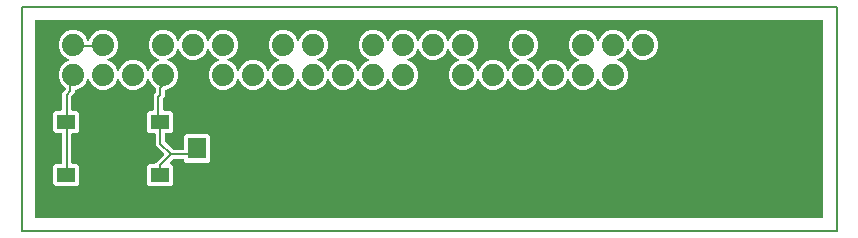
<source format=gtl>
G04 EAGLE Gerber X2 export*
%TF.Part,Single*%
%TF.FileFunction,Other,Top Layer Cooper*%
%TF.FilePolarity,Positive*%
%TF.GenerationSoftware,Autodesk,EAGLE,9.4.2*%
%TF.CreationDate,2020-04-14T05:47:31Z*%
G75*
%MOMM*%
%FSLAX34Y34*%
%LPD*%
%INTop Cooper*%
%AMOC8*
5,1,8,0,0,1.08239X$1,22.5*%
G01*
%ADD10C,0.200000*%
%ADD11C,1.879600*%
%ADD12R,1.600000X1.800000*%
%ADD13R,1.550000X1.300000*%
%ADD14C,0.152400*%

G36*
X677904Y-178830D02*
X677904Y-178830D01*
X677968Y-178831D01*
X678043Y-178810D01*
X678119Y-178799D01*
X678178Y-178773D01*
X678240Y-178756D01*
X678306Y-178715D01*
X678376Y-178683D01*
X678425Y-178641D01*
X678480Y-178608D01*
X678532Y-178550D01*
X678590Y-178500D01*
X678626Y-178446D01*
X678669Y-178398D01*
X678702Y-178329D01*
X678745Y-178264D01*
X678764Y-178202D01*
X678792Y-178145D01*
X678803Y-178075D01*
X678827Y-177994D01*
X678828Y-177909D01*
X678839Y-177840D01*
X678839Y-12160D01*
X678830Y-12096D01*
X678831Y-12032D01*
X678810Y-11957D01*
X678799Y-11881D01*
X678773Y-11822D01*
X678756Y-11760D01*
X678715Y-11694D01*
X678683Y-11624D01*
X678641Y-11575D01*
X678608Y-11520D01*
X678550Y-11468D01*
X678500Y-11410D01*
X678446Y-11374D01*
X678398Y-11331D01*
X678329Y-11298D01*
X678264Y-11255D01*
X678202Y-11236D01*
X678145Y-11208D01*
X678075Y-11197D01*
X677994Y-11173D01*
X677909Y-11172D01*
X677840Y-11161D01*
X12160Y-11161D01*
X12096Y-11170D01*
X12032Y-11169D01*
X11957Y-11190D01*
X11881Y-11201D01*
X11822Y-11227D01*
X11760Y-11244D01*
X11694Y-11285D01*
X11624Y-11317D01*
X11575Y-11359D01*
X11520Y-11392D01*
X11468Y-11450D01*
X11410Y-11500D01*
X11374Y-11554D01*
X11331Y-11602D01*
X11298Y-11671D01*
X11255Y-11736D01*
X11236Y-11798D01*
X11208Y-11855D01*
X11197Y-11925D01*
X11173Y-12006D01*
X11172Y-12091D01*
X11161Y-12160D01*
X11161Y-177840D01*
X11170Y-177904D01*
X11169Y-177968D01*
X11190Y-178043D01*
X11201Y-178119D01*
X11227Y-178178D01*
X11244Y-178240D01*
X11285Y-178306D01*
X11317Y-178376D01*
X11359Y-178425D01*
X11392Y-178480D01*
X11450Y-178532D01*
X11500Y-178590D01*
X11554Y-178626D01*
X11602Y-178669D01*
X11671Y-178702D01*
X11736Y-178745D01*
X11798Y-178764D01*
X11855Y-178792D01*
X11925Y-178803D01*
X12006Y-178827D01*
X12091Y-178828D01*
X12160Y-178839D01*
X677840Y-178839D01*
X677904Y-178830D01*
G37*
%LPC*%
G36*
X28737Y-152049D02*
X28737Y-152049D01*
X26951Y-150263D01*
X26951Y-134737D01*
X28737Y-132951D01*
X33290Y-132951D01*
X33354Y-132942D01*
X33418Y-132943D01*
X33493Y-132922D01*
X33569Y-132911D01*
X33628Y-132885D01*
X33690Y-132868D01*
X33756Y-132827D01*
X33826Y-132795D01*
X33875Y-132753D01*
X33930Y-132720D01*
X33982Y-132662D01*
X34040Y-132612D01*
X34076Y-132558D01*
X34119Y-132510D01*
X34152Y-132441D01*
X34195Y-132376D01*
X34214Y-132314D01*
X34242Y-132257D01*
X34253Y-132187D01*
X34277Y-132106D01*
X34278Y-132021D01*
X34289Y-131952D01*
X34289Y-108048D01*
X34280Y-107984D01*
X34281Y-107920D01*
X34260Y-107845D01*
X34249Y-107769D01*
X34223Y-107710D01*
X34206Y-107648D01*
X34165Y-107582D01*
X34133Y-107512D01*
X34091Y-107463D01*
X34058Y-107408D01*
X34000Y-107356D01*
X33950Y-107298D01*
X33896Y-107262D01*
X33848Y-107219D01*
X33779Y-107186D01*
X33714Y-107143D01*
X33652Y-107124D01*
X33595Y-107096D01*
X33525Y-107085D01*
X33444Y-107061D01*
X33359Y-107060D01*
X33290Y-107049D01*
X28737Y-107049D01*
X26951Y-105263D01*
X26951Y-89737D01*
X28737Y-87951D01*
X33290Y-87951D01*
X33354Y-87942D01*
X33418Y-87943D01*
X33493Y-87922D01*
X33569Y-87911D01*
X33628Y-87885D01*
X33690Y-87868D01*
X33756Y-87827D01*
X33826Y-87795D01*
X33875Y-87753D01*
X33930Y-87720D01*
X33982Y-87662D01*
X34040Y-87612D01*
X34076Y-87558D01*
X34119Y-87510D01*
X34152Y-87441D01*
X34195Y-87376D01*
X34214Y-87314D01*
X34242Y-87257D01*
X34253Y-87187D01*
X34277Y-87106D01*
X34278Y-87021D01*
X34289Y-86952D01*
X34289Y-73098D01*
X37045Y-70342D01*
X37102Y-70265D01*
X37167Y-70194D01*
X37187Y-70153D01*
X37214Y-70117D01*
X37248Y-70027D01*
X37290Y-69940D01*
X37296Y-69898D01*
X37313Y-69853D01*
X37323Y-69725D01*
X37337Y-69636D01*
X37337Y-69204D01*
X37336Y-69195D01*
X37337Y-69186D01*
X37316Y-69055D01*
X37297Y-68925D01*
X37294Y-68917D01*
X37292Y-68907D01*
X37235Y-68788D01*
X37181Y-68668D01*
X37175Y-68661D01*
X37171Y-68652D01*
X37083Y-68554D01*
X36998Y-68454D01*
X36990Y-68449D01*
X36984Y-68442D01*
X36918Y-68401D01*
X36762Y-68299D01*
X36739Y-68292D01*
X36720Y-68281D01*
X36649Y-68252D01*
X33148Y-64751D01*
X31253Y-60176D01*
X31253Y-55224D01*
X33148Y-50649D01*
X36649Y-47148D01*
X39607Y-45923D01*
X39635Y-45907D01*
X39665Y-45897D01*
X39756Y-45835D01*
X39850Y-45780D01*
X39872Y-45756D01*
X39898Y-45738D01*
X39968Y-45654D01*
X40043Y-45574D01*
X40057Y-45545D01*
X40078Y-45520D01*
X40121Y-45420D01*
X40170Y-45322D01*
X40176Y-45291D01*
X40189Y-45261D01*
X40202Y-45153D01*
X40223Y-45045D01*
X40220Y-45013D01*
X40224Y-44981D01*
X40206Y-44873D01*
X40196Y-44765D01*
X40184Y-44735D01*
X40179Y-44703D01*
X40132Y-44604D01*
X40091Y-44503D01*
X40071Y-44477D01*
X40058Y-44448D01*
X39985Y-44366D01*
X39918Y-44280D01*
X39892Y-44261D01*
X39870Y-44237D01*
X39793Y-44190D01*
X39689Y-44115D01*
X39643Y-44099D01*
X39607Y-44077D01*
X36649Y-42852D01*
X33148Y-39351D01*
X31253Y-34776D01*
X31253Y-29824D01*
X33148Y-25249D01*
X36649Y-21748D01*
X41224Y-19853D01*
X46176Y-19853D01*
X50751Y-21748D01*
X54252Y-25249D01*
X55477Y-28207D01*
X55493Y-28235D01*
X55503Y-28265D01*
X55565Y-28356D01*
X55620Y-28450D01*
X55644Y-28472D01*
X55662Y-28498D01*
X55746Y-28568D01*
X55826Y-28643D01*
X55855Y-28657D01*
X55880Y-28678D01*
X55980Y-28721D01*
X56078Y-28770D01*
X56109Y-28776D01*
X56139Y-28789D01*
X56247Y-28802D01*
X56355Y-28823D01*
X56387Y-28820D01*
X56419Y-28824D01*
X56527Y-28806D01*
X56635Y-28796D01*
X56665Y-28784D01*
X56697Y-28779D01*
X56796Y-28732D01*
X56897Y-28691D01*
X56923Y-28671D01*
X56952Y-28657D01*
X57034Y-28585D01*
X57120Y-28518D01*
X57139Y-28491D01*
X57163Y-28470D01*
X57210Y-28393D01*
X57285Y-28289D01*
X57301Y-28243D01*
X57323Y-28207D01*
X58548Y-25249D01*
X62049Y-21748D01*
X66624Y-19853D01*
X71576Y-19853D01*
X76151Y-21748D01*
X79652Y-25249D01*
X81547Y-29824D01*
X81547Y-34776D01*
X79652Y-39351D01*
X76151Y-42852D01*
X73193Y-44077D01*
X73165Y-44093D01*
X73135Y-44103D01*
X73044Y-44165D01*
X72950Y-44220D01*
X72928Y-44244D01*
X72902Y-44262D01*
X72832Y-44347D01*
X72757Y-44426D01*
X72743Y-44455D01*
X72722Y-44480D01*
X72679Y-44580D01*
X72630Y-44678D01*
X72624Y-44709D01*
X72611Y-44739D01*
X72598Y-44847D01*
X72577Y-44955D01*
X72580Y-44987D01*
X72576Y-45019D01*
X72594Y-45127D01*
X72604Y-45235D01*
X72616Y-45265D01*
X72621Y-45297D01*
X72668Y-45396D01*
X72709Y-45497D01*
X72729Y-45523D01*
X72743Y-45552D01*
X72815Y-45634D01*
X72882Y-45720D01*
X72909Y-45739D01*
X72930Y-45763D01*
X73007Y-45810D01*
X73111Y-45885D01*
X73157Y-45901D01*
X73193Y-45923D01*
X76151Y-47148D01*
X79652Y-50649D01*
X80877Y-53607D01*
X80893Y-53635D01*
X80903Y-53665D01*
X80965Y-53756D01*
X81020Y-53850D01*
X81044Y-53872D01*
X81062Y-53898D01*
X81146Y-53968D01*
X81226Y-54043D01*
X81255Y-54057D01*
X81280Y-54078D01*
X81380Y-54121D01*
X81478Y-54170D01*
X81509Y-54176D01*
X81539Y-54189D01*
X81647Y-54202D01*
X81755Y-54223D01*
X81787Y-54220D01*
X81819Y-54224D01*
X81927Y-54206D01*
X82035Y-54196D01*
X82065Y-54184D01*
X82097Y-54179D01*
X82196Y-54132D01*
X82297Y-54091D01*
X82323Y-54071D01*
X82352Y-54057D01*
X82434Y-53985D01*
X82520Y-53918D01*
X82539Y-53891D01*
X82563Y-53870D01*
X82610Y-53793D01*
X82685Y-53689D01*
X82701Y-53643D01*
X82723Y-53607D01*
X83948Y-50649D01*
X87449Y-47148D01*
X92024Y-45253D01*
X96976Y-45253D01*
X101551Y-47148D01*
X105052Y-50649D01*
X106277Y-53607D01*
X106293Y-53635D01*
X106303Y-53665D01*
X106365Y-53756D01*
X106420Y-53850D01*
X106444Y-53872D01*
X106462Y-53898D01*
X106546Y-53968D01*
X106626Y-54043D01*
X106655Y-54057D01*
X106680Y-54078D01*
X106780Y-54121D01*
X106878Y-54170D01*
X106909Y-54176D01*
X106939Y-54189D01*
X107047Y-54202D01*
X107155Y-54223D01*
X107187Y-54220D01*
X107219Y-54224D01*
X107327Y-54206D01*
X107435Y-54196D01*
X107465Y-54184D01*
X107497Y-54179D01*
X107596Y-54132D01*
X107697Y-54091D01*
X107723Y-54071D01*
X107752Y-54057D01*
X107834Y-53985D01*
X107920Y-53918D01*
X107939Y-53891D01*
X107963Y-53870D01*
X108010Y-53793D01*
X108085Y-53689D01*
X108101Y-53643D01*
X108123Y-53607D01*
X109348Y-50649D01*
X112849Y-47148D01*
X115807Y-45923D01*
X115835Y-45907D01*
X115865Y-45897D01*
X115956Y-45835D01*
X116050Y-45780D01*
X116072Y-45756D01*
X116098Y-45738D01*
X116168Y-45654D01*
X116243Y-45574D01*
X116257Y-45545D01*
X116278Y-45520D01*
X116321Y-45420D01*
X116370Y-45322D01*
X116376Y-45291D01*
X116389Y-45261D01*
X116402Y-45153D01*
X116423Y-45045D01*
X116420Y-45013D01*
X116424Y-44981D01*
X116406Y-44873D01*
X116396Y-44765D01*
X116384Y-44735D01*
X116379Y-44703D01*
X116332Y-44604D01*
X116291Y-44503D01*
X116271Y-44477D01*
X116257Y-44448D01*
X116185Y-44366D01*
X116118Y-44280D01*
X116091Y-44261D01*
X116070Y-44237D01*
X115993Y-44190D01*
X115889Y-44115D01*
X115843Y-44099D01*
X115807Y-44077D01*
X112849Y-42852D01*
X109348Y-39351D01*
X107453Y-34776D01*
X107453Y-29824D01*
X109348Y-25249D01*
X112849Y-21748D01*
X117424Y-19853D01*
X122376Y-19853D01*
X126951Y-21748D01*
X130452Y-25249D01*
X131677Y-28207D01*
X131693Y-28235D01*
X131703Y-28265D01*
X131765Y-28356D01*
X131820Y-28450D01*
X131844Y-28472D01*
X131862Y-28498D01*
X131947Y-28568D01*
X132026Y-28643D01*
X132055Y-28657D01*
X132080Y-28678D01*
X132180Y-28721D01*
X132278Y-28770D01*
X132309Y-28776D01*
X132339Y-28789D01*
X132447Y-28802D01*
X132555Y-28823D01*
X132587Y-28820D01*
X132619Y-28824D01*
X132727Y-28806D01*
X132835Y-28796D01*
X132865Y-28784D01*
X132897Y-28779D01*
X132996Y-28732D01*
X133097Y-28691D01*
X133123Y-28671D01*
X133152Y-28657D01*
X133234Y-28585D01*
X133320Y-28518D01*
X133339Y-28491D01*
X133363Y-28470D01*
X133410Y-28393D01*
X133485Y-28289D01*
X133501Y-28243D01*
X133523Y-28207D01*
X134748Y-25249D01*
X138249Y-21748D01*
X142824Y-19853D01*
X147776Y-19853D01*
X152351Y-21748D01*
X155852Y-25249D01*
X157077Y-28207D01*
X157093Y-28235D01*
X157103Y-28265D01*
X157165Y-28356D01*
X157220Y-28450D01*
X157244Y-28472D01*
X157262Y-28498D01*
X157346Y-28568D01*
X157426Y-28643D01*
X157455Y-28657D01*
X157480Y-28678D01*
X157580Y-28721D01*
X157678Y-28770D01*
X157709Y-28776D01*
X157739Y-28789D01*
X157847Y-28802D01*
X157955Y-28823D01*
X157987Y-28820D01*
X158019Y-28824D01*
X158127Y-28806D01*
X158235Y-28796D01*
X158265Y-28784D01*
X158297Y-28779D01*
X158396Y-28732D01*
X158497Y-28691D01*
X158523Y-28671D01*
X158552Y-28658D01*
X158634Y-28585D01*
X158720Y-28518D01*
X158739Y-28492D01*
X158763Y-28470D01*
X158810Y-28393D01*
X158885Y-28289D01*
X158901Y-28243D01*
X158923Y-28207D01*
X160148Y-25249D01*
X163649Y-21748D01*
X168224Y-19853D01*
X173176Y-19853D01*
X177751Y-21748D01*
X181252Y-25249D01*
X183147Y-29824D01*
X183147Y-34776D01*
X181252Y-39351D01*
X177751Y-42852D01*
X174793Y-44077D01*
X174765Y-44093D01*
X174735Y-44103D01*
X174645Y-44165D01*
X174550Y-44220D01*
X174528Y-44244D01*
X174502Y-44262D01*
X174432Y-44347D01*
X174357Y-44426D01*
X174343Y-44455D01*
X174322Y-44480D01*
X174279Y-44580D01*
X174230Y-44678D01*
X174224Y-44709D01*
X174211Y-44739D01*
X174198Y-44847D01*
X174177Y-44955D01*
X174180Y-44987D01*
X174176Y-45019D01*
X174194Y-45127D01*
X174204Y-45235D01*
X174216Y-45265D01*
X174221Y-45297D01*
X174268Y-45396D01*
X174309Y-45497D01*
X174329Y-45523D01*
X174342Y-45552D01*
X174415Y-45634D01*
X174482Y-45720D01*
X174508Y-45739D01*
X174530Y-45763D01*
X174607Y-45810D01*
X174711Y-45885D01*
X174757Y-45901D01*
X174793Y-45923D01*
X177751Y-47148D01*
X181252Y-50649D01*
X182477Y-53607D01*
X182493Y-53635D01*
X182503Y-53665D01*
X182565Y-53756D01*
X182620Y-53850D01*
X182644Y-53872D01*
X182662Y-53898D01*
X182746Y-53968D01*
X182826Y-54043D01*
X182855Y-54057D01*
X182880Y-54078D01*
X182980Y-54121D01*
X183078Y-54170D01*
X183109Y-54176D01*
X183139Y-54189D01*
X183247Y-54202D01*
X183355Y-54223D01*
X183387Y-54220D01*
X183419Y-54224D01*
X183527Y-54206D01*
X183635Y-54196D01*
X183665Y-54184D01*
X183697Y-54179D01*
X183796Y-54132D01*
X183897Y-54091D01*
X183923Y-54071D01*
X183952Y-54058D01*
X184034Y-53985D01*
X184120Y-53918D01*
X184139Y-53892D01*
X184163Y-53870D01*
X184210Y-53793D01*
X184285Y-53689D01*
X184301Y-53643D01*
X184323Y-53607D01*
X185548Y-50649D01*
X189049Y-47148D01*
X193624Y-45253D01*
X198576Y-45253D01*
X203151Y-47148D01*
X206652Y-50649D01*
X207877Y-53607D01*
X207893Y-53635D01*
X207903Y-53665D01*
X207965Y-53756D01*
X208020Y-53850D01*
X208044Y-53872D01*
X208062Y-53898D01*
X208146Y-53968D01*
X208226Y-54043D01*
X208255Y-54057D01*
X208280Y-54078D01*
X208380Y-54121D01*
X208478Y-54170D01*
X208509Y-54176D01*
X208539Y-54189D01*
X208647Y-54202D01*
X208755Y-54223D01*
X208787Y-54220D01*
X208819Y-54224D01*
X208927Y-54206D01*
X209035Y-54196D01*
X209065Y-54184D01*
X209097Y-54179D01*
X209196Y-54132D01*
X209297Y-54091D01*
X209323Y-54071D01*
X209352Y-54058D01*
X209434Y-53985D01*
X209520Y-53918D01*
X209539Y-53892D01*
X209563Y-53870D01*
X209610Y-53793D01*
X209685Y-53689D01*
X209701Y-53643D01*
X209723Y-53607D01*
X210948Y-50649D01*
X214449Y-47148D01*
X217407Y-45923D01*
X217435Y-45907D01*
X217465Y-45897D01*
X217556Y-45835D01*
X217650Y-45780D01*
X217672Y-45756D01*
X217698Y-45738D01*
X217768Y-45654D01*
X217843Y-45574D01*
X217857Y-45545D01*
X217878Y-45520D01*
X217921Y-45420D01*
X217970Y-45322D01*
X217976Y-45291D01*
X217989Y-45261D01*
X218002Y-45153D01*
X218023Y-45045D01*
X218020Y-45013D01*
X218024Y-44981D01*
X218006Y-44873D01*
X217996Y-44765D01*
X217984Y-44735D01*
X217979Y-44703D01*
X217932Y-44604D01*
X217891Y-44503D01*
X217871Y-44477D01*
X217858Y-44448D01*
X217785Y-44366D01*
X217718Y-44280D01*
X217692Y-44261D01*
X217670Y-44237D01*
X217593Y-44190D01*
X217489Y-44115D01*
X217443Y-44099D01*
X217407Y-44077D01*
X214449Y-42852D01*
X210948Y-39351D01*
X209053Y-34776D01*
X209053Y-29824D01*
X210948Y-25249D01*
X214449Y-21748D01*
X219024Y-19853D01*
X223976Y-19853D01*
X228551Y-21748D01*
X232052Y-25249D01*
X233277Y-28207D01*
X233293Y-28235D01*
X233303Y-28265D01*
X233365Y-28356D01*
X233420Y-28450D01*
X233444Y-28472D01*
X233462Y-28498D01*
X233546Y-28568D01*
X233626Y-28643D01*
X233655Y-28657D01*
X233680Y-28678D01*
X233780Y-28721D01*
X233878Y-28770D01*
X233909Y-28776D01*
X233939Y-28789D01*
X234047Y-28802D01*
X234155Y-28823D01*
X234187Y-28820D01*
X234219Y-28824D01*
X234327Y-28806D01*
X234435Y-28796D01*
X234465Y-28784D01*
X234497Y-28779D01*
X234596Y-28732D01*
X234697Y-28691D01*
X234723Y-28671D01*
X234752Y-28658D01*
X234834Y-28585D01*
X234920Y-28518D01*
X234939Y-28492D01*
X234963Y-28470D01*
X235010Y-28393D01*
X235085Y-28289D01*
X235101Y-28243D01*
X235123Y-28207D01*
X236348Y-25249D01*
X239849Y-21748D01*
X244424Y-19853D01*
X249376Y-19853D01*
X253951Y-21748D01*
X257452Y-25249D01*
X259347Y-29824D01*
X259347Y-34776D01*
X257452Y-39351D01*
X253951Y-42852D01*
X250993Y-44077D01*
X250965Y-44093D01*
X250935Y-44103D01*
X250845Y-44165D01*
X250750Y-44220D01*
X250728Y-44244D01*
X250702Y-44262D01*
X250632Y-44347D01*
X250557Y-44426D01*
X250543Y-44455D01*
X250522Y-44480D01*
X250479Y-44580D01*
X250430Y-44678D01*
X250424Y-44709D01*
X250411Y-44739D01*
X250398Y-44847D01*
X250377Y-44955D01*
X250380Y-44987D01*
X250376Y-45019D01*
X250394Y-45127D01*
X250404Y-45235D01*
X250416Y-45265D01*
X250421Y-45297D01*
X250468Y-45396D01*
X250509Y-45497D01*
X250529Y-45523D01*
X250542Y-45552D01*
X250615Y-45634D01*
X250682Y-45720D01*
X250708Y-45739D01*
X250730Y-45763D01*
X250807Y-45810D01*
X250911Y-45885D01*
X250957Y-45901D01*
X250993Y-45923D01*
X253951Y-47148D01*
X257452Y-50649D01*
X258677Y-53607D01*
X258693Y-53635D01*
X258703Y-53665D01*
X258765Y-53756D01*
X258820Y-53850D01*
X258844Y-53872D01*
X258862Y-53898D01*
X258946Y-53968D01*
X259026Y-54043D01*
X259055Y-54057D01*
X259080Y-54078D01*
X259180Y-54121D01*
X259278Y-54170D01*
X259309Y-54176D01*
X259339Y-54189D01*
X259447Y-54202D01*
X259555Y-54223D01*
X259587Y-54220D01*
X259619Y-54224D01*
X259727Y-54206D01*
X259835Y-54196D01*
X259865Y-54184D01*
X259897Y-54179D01*
X259996Y-54132D01*
X260097Y-54091D01*
X260123Y-54071D01*
X260152Y-54057D01*
X260234Y-53985D01*
X260320Y-53918D01*
X260339Y-53891D01*
X260363Y-53870D01*
X260410Y-53793D01*
X260485Y-53689D01*
X260501Y-53643D01*
X260523Y-53607D01*
X261748Y-50649D01*
X265249Y-47148D01*
X269824Y-45253D01*
X274776Y-45253D01*
X279351Y-47148D01*
X282852Y-50649D01*
X284077Y-53607D01*
X284093Y-53635D01*
X284103Y-53665D01*
X284165Y-53756D01*
X284220Y-53850D01*
X284244Y-53872D01*
X284262Y-53898D01*
X284346Y-53968D01*
X284426Y-54043D01*
X284455Y-54057D01*
X284480Y-54078D01*
X284580Y-54121D01*
X284678Y-54170D01*
X284709Y-54176D01*
X284739Y-54189D01*
X284847Y-54202D01*
X284955Y-54223D01*
X284987Y-54220D01*
X285019Y-54224D01*
X285127Y-54206D01*
X285235Y-54196D01*
X285265Y-54184D01*
X285297Y-54179D01*
X285396Y-54132D01*
X285497Y-54091D01*
X285523Y-54071D01*
X285552Y-54057D01*
X285634Y-53985D01*
X285720Y-53918D01*
X285739Y-53891D01*
X285763Y-53870D01*
X285810Y-53793D01*
X285885Y-53689D01*
X285901Y-53643D01*
X285923Y-53607D01*
X287148Y-50649D01*
X290649Y-47148D01*
X293607Y-45923D01*
X293635Y-45907D01*
X293665Y-45897D01*
X293756Y-45835D01*
X293850Y-45780D01*
X293872Y-45756D01*
X293898Y-45738D01*
X293968Y-45654D01*
X294043Y-45574D01*
X294057Y-45545D01*
X294078Y-45520D01*
X294121Y-45420D01*
X294170Y-45322D01*
X294176Y-45291D01*
X294189Y-45261D01*
X294202Y-45153D01*
X294223Y-45045D01*
X294220Y-45013D01*
X294224Y-44981D01*
X294206Y-44873D01*
X294196Y-44765D01*
X294184Y-44735D01*
X294179Y-44703D01*
X294132Y-44604D01*
X294091Y-44503D01*
X294071Y-44477D01*
X294057Y-44448D01*
X293985Y-44366D01*
X293918Y-44280D01*
X293891Y-44261D01*
X293870Y-44237D01*
X293793Y-44190D01*
X293689Y-44115D01*
X293643Y-44099D01*
X293607Y-44077D01*
X290649Y-42852D01*
X287148Y-39351D01*
X285253Y-34776D01*
X285253Y-29824D01*
X287148Y-25249D01*
X290649Y-21748D01*
X295224Y-19853D01*
X300176Y-19853D01*
X304751Y-21748D01*
X308252Y-25249D01*
X309477Y-28207D01*
X309493Y-28235D01*
X309503Y-28265D01*
X309565Y-28356D01*
X309620Y-28450D01*
X309644Y-28472D01*
X309662Y-28498D01*
X309746Y-28568D01*
X309826Y-28643D01*
X309855Y-28657D01*
X309880Y-28678D01*
X309980Y-28721D01*
X310078Y-28770D01*
X310109Y-28776D01*
X310139Y-28789D01*
X310247Y-28802D01*
X310355Y-28823D01*
X310387Y-28820D01*
X310419Y-28824D01*
X310527Y-28806D01*
X310635Y-28796D01*
X310665Y-28784D01*
X310697Y-28779D01*
X310796Y-28732D01*
X310897Y-28691D01*
X310923Y-28671D01*
X310952Y-28657D01*
X311034Y-28585D01*
X311120Y-28518D01*
X311139Y-28491D01*
X311163Y-28470D01*
X311210Y-28393D01*
X311285Y-28289D01*
X311301Y-28243D01*
X311323Y-28207D01*
X312548Y-25249D01*
X316049Y-21748D01*
X320624Y-19853D01*
X325576Y-19853D01*
X330151Y-21748D01*
X333652Y-25249D01*
X334877Y-28207D01*
X334893Y-28235D01*
X334903Y-28265D01*
X334965Y-28356D01*
X335020Y-28450D01*
X335044Y-28472D01*
X335062Y-28498D01*
X335146Y-28568D01*
X335226Y-28643D01*
X335255Y-28657D01*
X335280Y-28678D01*
X335380Y-28721D01*
X335478Y-28770D01*
X335509Y-28776D01*
X335539Y-28789D01*
X335647Y-28802D01*
X335755Y-28823D01*
X335787Y-28820D01*
X335819Y-28824D01*
X335927Y-28806D01*
X336035Y-28796D01*
X336065Y-28784D01*
X336097Y-28779D01*
X336196Y-28732D01*
X336297Y-28691D01*
X336323Y-28671D01*
X336352Y-28657D01*
X336434Y-28585D01*
X336520Y-28518D01*
X336539Y-28491D01*
X336563Y-28470D01*
X336610Y-28393D01*
X336685Y-28289D01*
X336701Y-28243D01*
X336723Y-28207D01*
X337948Y-25249D01*
X341449Y-21748D01*
X346024Y-19853D01*
X350976Y-19853D01*
X355551Y-21748D01*
X359052Y-25249D01*
X360277Y-28207D01*
X360293Y-28235D01*
X360303Y-28265D01*
X360365Y-28356D01*
X360420Y-28450D01*
X360444Y-28472D01*
X360462Y-28498D01*
X360546Y-28568D01*
X360626Y-28643D01*
X360655Y-28657D01*
X360680Y-28678D01*
X360780Y-28721D01*
X360878Y-28770D01*
X360909Y-28776D01*
X360939Y-28789D01*
X361047Y-28802D01*
X361155Y-28823D01*
X361187Y-28820D01*
X361219Y-28824D01*
X361327Y-28806D01*
X361435Y-28796D01*
X361465Y-28784D01*
X361497Y-28779D01*
X361596Y-28732D01*
X361697Y-28691D01*
X361723Y-28671D01*
X361752Y-28657D01*
X361834Y-28585D01*
X361920Y-28518D01*
X361939Y-28491D01*
X361963Y-28470D01*
X362010Y-28393D01*
X362085Y-28289D01*
X362101Y-28243D01*
X362123Y-28207D01*
X363348Y-25249D01*
X366849Y-21748D01*
X371424Y-19853D01*
X376376Y-19853D01*
X380951Y-21748D01*
X384452Y-25249D01*
X386347Y-29824D01*
X386347Y-34776D01*
X384452Y-39351D01*
X380951Y-42852D01*
X377993Y-44077D01*
X377965Y-44093D01*
X377935Y-44103D01*
X377844Y-44165D01*
X377750Y-44220D01*
X377728Y-44244D01*
X377702Y-44262D01*
X377632Y-44347D01*
X377557Y-44426D01*
X377543Y-44455D01*
X377522Y-44480D01*
X377479Y-44580D01*
X377430Y-44678D01*
X377424Y-44709D01*
X377411Y-44739D01*
X377398Y-44847D01*
X377377Y-44955D01*
X377380Y-44987D01*
X377376Y-45019D01*
X377394Y-45127D01*
X377404Y-45235D01*
X377416Y-45265D01*
X377421Y-45297D01*
X377468Y-45396D01*
X377509Y-45497D01*
X377529Y-45523D01*
X377543Y-45552D01*
X377615Y-45634D01*
X377682Y-45720D01*
X377709Y-45739D01*
X377730Y-45763D01*
X377807Y-45810D01*
X377911Y-45885D01*
X377957Y-45901D01*
X377993Y-45923D01*
X380951Y-47148D01*
X384452Y-50649D01*
X385677Y-53607D01*
X385693Y-53635D01*
X385703Y-53665D01*
X385765Y-53756D01*
X385820Y-53850D01*
X385844Y-53872D01*
X385862Y-53898D01*
X385946Y-53968D01*
X386026Y-54043D01*
X386055Y-54057D01*
X386080Y-54078D01*
X386180Y-54121D01*
X386278Y-54170D01*
X386309Y-54176D01*
X386339Y-54189D01*
X386447Y-54202D01*
X386555Y-54223D01*
X386587Y-54220D01*
X386619Y-54224D01*
X386727Y-54206D01*
X386835Y-54196D01*
X386865Y-54184D01*
X386897Y-54179D01*
X386996Y-54132D01*
X387097Y-54091D01*
X387123Y-54071D01*
X387152Y-54057D01*
X387234Y-53985D01*
X387320Y-53918D01*
X387339Y-53891D01*
X387363Y-53870D01*
X387410Y-53793D01*
X387485Y-53689D01*
X387501Y-53643D01*
X387523Y-53607D01*
X388748Y-50649D01*
X392249Y-47148D01*
X396824Y-45253D01*
X401776Y-45253D01*
X406351Y-47148D01*
X409852Y-50649D01*
X411077Y-53607D01*
X411093Y-53635D01*
X411103Y-53665D01*
X411165Y-53756D01*
X411220Y-53850D01*
X411244Y-53872D01*
X411262Y-53898D01*
X411346Y-53968D01*
X411426Y-54043D01*
X411455Y-54057D01*
X411480Y-54078D01*
X411580Y-54121D01*
X411678Y-54170D01*
X411709Y-54176D01*
X411739Y-54189D01*
X411847Y-54202D01*
X411955Y-54223D01*
X411987Y-54220D01*
X412019Y-54224D01*
X412127Y-54206D01*
X412235Y-54196D01*
X412265Y-54184D01*
X412297Y-54179D01*
X412396Y-54132D01*
X412497Y-54091D01*
X412523Y-54071D01*
X412552Y-54057D01*
X412634Y-53985D01*
X412720Y-53918D01*
X412739Y-53891D01*
X412763Y-53870D01*
X412810Y-53793D01*
X412885Y-53689D01*
X412901Y-53643D01*
X412923Y-53607D01*
X414148Y-50649D01*
X417649Y-47148D01*
X420607Y-45923D01*
X420635Y-45907D01*
X420665Y-45897D01*
X420756Y-45835D01*
X420850Y-45780D01*
X420872Y-45756D01*
X420898Y-45738D01*
X420968Y-45654D01*
X421043Y-45574D01*
X421057Y-45545D01*
X421078Y-45520D01*
X421121Y-45420D01*
X421170Y-45322D01*
X421176Y-45291D01*
X421189Y-45261D01*
X421202Y-45153D01*
X421223Y-45045D01*
X421220Y-45013D01*
X421224Y-44981D01*
X421206Y-44873D01*
X421196Y-44765D01*
X421184Y-44735D01*
X421179Y-44703D01*
X421132Y-44604D01*
X421091Y-44503D01*
X421071Y-44477D01*
X421057Y-44448D01*
X420985Y-44366D01*
X420918Y-44280D01*
X420891Y-44261D01*
X420870Y-44237D01*
X420793Y-44190D01*
X420689Y-44115D01*
X420643Y-44099D01*
X420607Y-44077D01*
X417649Y-42852D01*
X414148Y-39351D01*
X412253Y-34776D01*
X412253Y-29824D01*
X414148Y-25249D01*
X417649Y-21748D01*
X422224Y-19853D01*
X427176Y-19853D01*
X431751Y-21748D01*
X435252Y-25249D01*
X437147Y-29824D01*
X437147Y-34776D01*
X435252Y-39351D01*
X431751Y-42852D01*
X428793Y-44077D01*
X428765Y-44093D01*
X428735Y-44103D01*
X428644Y-44165D01*
X428550Y-44220D01*
X428528Y-44244D01*
X428502Y-44262D01*
X428432Y-44347D01*
X428357Y-44426D01*
X428343Y-44455D01*
X428322Y-44480D01*
X428279Y-44580D01*
X428230Y-44678D01*
X428224Y-44709D01*
X428211Y-44739D01*
X428198Y-44847D01*
X428177Y-44955D01*
X428180Y-44987D01*
X428176Y-45019D01*
X428194Y-45127D01*
X428204Y-45235D01*
X428216Y-45265D01*
X428221Y-45297D01*
X428268Y-45396D01*
X428309Y-45497D01*
X428329Y-45523D01*
X428343Y-45552D01*
X428415Y-45634D01*
X428482Y-45720D01*
X428509Y-45739D01*
X428530Y-45763D01*
X428607Y-45810D01*
X428711Y-45885D01*
X428757Y-45901D01*
X428793Y-45923D01*
X431751Y-47148D01*
X435252Y-50649D01*
X436477Y-53607D01*
X436493Y-53635D01*
X436503Y-53665D01*
X436565Y-53756D01*
X436620Y-53850D01*
X436644Y-53872D01*
X436662Y-53898D01*
X436746Y-53968D01*
X436826Y-54043D01*
X436855Y-54057D01*
X436880Y-54078D01*
X436980Y-54121D01*
X437078Y-54170D01*
X437109Y-54176D01*
X437139Y-54189D01*
X437247Y-54202D01*
X437355Y-54223D01*
X437387Y-54220D01*
X437419Y-54224D01*
X437527Y-54206D01*
X437635Y-54196D01*
X437665Y-54184D01*
X437697Y-54179D01*
X437796Y-54132D01*
X437897Y-54091D01*
X437923Y-54071D01*
X437952Y-54057D01*
X438034Y-53985D01*
X438120Y-53918D01*
X438139Y-53891D01*
X438163Y-53870D01*
X438210Y-53793D01*
X438285Y-53689D01*
X438301Y-53643D01*
X438323Y-53607D01*
X439548Y-50649D01*
X443049Y-47148D01*
X447624Y-45253D01*
X452576Y-45253D01*
X457151Y-47148D01*
X460652Y-50649D01*
X461877Y-53607D01*
X461893Y-53635D01*
X461903Y-53665D01*
X461965Y-53756D01*
X462020Y-53850D01*
X462044Y-53872D01*
X462062Y-53898D01*
X462146Y-53968D01*
X462226Y-54043D01*
X462255Y-54057D01*
X462280Y-54078D01*
X462380Y-54121D01*
X462478Y-54170D01*
X462509Y-54176D01*
X462539Y-54189D01*
X462647Y-54202D01*
X462755Y-54223D01*
X462787Y-54220D01*
X462819Y-54224D01*
X462927Y-54206D01*
X463035Y-54196D01*
X463065Y-54184D01*
X463097Y-54179D01*
X463196Y-54132D01*
X463297Y-54091D01*
X463323Y-54071D01*
X463352Y-54057D01*
X463434Y-53985D01*
X463520Y-53918D01*
X463539Y-53891D01*
X463563Y-53870D01*
X463610Y-53793D01*
X463685Y-53689D01*
X463701Y-53643D01*
X463723Y-53607D01*
X464948Y-50649D01*
X468449Y-47148D01*
X471407Y-45923D01*
X471435Y-45907D01*
X471465Y-45897D01*
X471556Y-45835D01*
X471650Y-45780D01*
X471672Y-45756D01*
X471698Y-45738D01*
X471768Y-45654D01*
X471843Y-45574D01*
X471857Y-45545D01*
X471878Y-45520D01*
X471921Y-45420D01*
X471970Y-45322D01*
X471976Y-45291D01*
X471989Y-45261D01*
X472002Y-45153D01*
X472023Y-45045D01*
X472020Y-45013D01*
X472024Y-44981D01*
X472006Y-44873D01*
X471996Y-44765D01*
X471984Y-44735D01*
X471979Y-44703D01*
X471932Y-44604D01*
X471891Y-44503D01*
X471871Y-44477D01*
X471857Y-44448D01*
X471785Y-44366D01*
X471718Y-44280D01*
X471691Y-44261D01*
X471670Y-44237D01*
X471593Y-44190D01*
X471489Y-44115D01*
X471443Y-44099D01*
X471407Y-44077D01*
X468449Y-42852D01*
X464948Y-39351D01*
X463053Y-34776D01*
X463053Y-29824D01*
X464948Y-25249D01*
X468449Y-21748D01*
X473024Y-19853D01*
X477976Y-19853D01*
X482551Y-21748D01*
X486052Y-25249D01*
X487277Y-28207D01*
X487293Y-28235D01*
X487303Y-28265D01*
X487365Y-28356D01*
X487420Y-28450D01*
X487444Y-28472D01*
X487462Y-28498D01*
X487546Y-28568D01*
X487626Y-28643D01*
X487655Y-28657D01*
X487680Y-28678D01*
X487780Y-28721D01*
X487878Y-28770D01*
X487909Y-28776D01*
X487939Y-28789D01*
X488047Y-28802D01*
X488155Y-28823D01*
X488187Y-28820D01*
X488219Y-28824D01*
X488327Y-28806D01*
X488435Y-28796D01*
X488465Y-28784D01*
X488497Y-28779D01*
X488596Y-28732D01*
X488697Y-28691D01*
X488723Y-28671D01*
X488752Y-28657D01*
X488834Y-28585D01*
X488920Y-28518D01*
X488939Y-28491D01*
X488963Y-28470D01*
X489010Y-28393D01*
X489085Y-28289D01*
X489101Y-28243D01*
X489123Y-28207D01*
X490348Y-25249D01*
X493849Y-21748D01*
X498424Y-19853D01*
X503376Y-19853D01*
X507951Y-21748D01*
X511452Y-25249D01*
X512677Y-28207D01*
X512693Y-28235D01*
X512703Y-28265D01*
X512765Y-28356D01*
X512820Y-28450D01*
X512844Y-28472D01*
X512862Y-28498D01*
X512946Y-28568D01*
X513026Y-28643D01*
X513055Y-28657D01*
X513080Y-28678D01*
X513180Y-28721D01*
X513278Y-28770D01*
X513309Y-28776D01*
X513339Y-28789D01*
X513447Y-28802D01*
X513555Y-28823D01*
X513587Y-28820D01*
X513619Y-28824D01*
X513727Y-28806D01*
X513835Y-28796D01*
X513865Y-28784D01*
X513897Y-28779D01*
X513996Y-28732D01*
X514097Y-28691D01*
X514123Y-28671D01*
X514152Y-28657D01*
X514234Y-28585D01*
X514320Y-28518D01*
X514339Y-28491D01*
X514363Y-28470D01*
X514410Y-28393D01*
X514485Y-28289D01*
X514501Y-28243D01*
X514523Y-28207D01*
X515748Y-25249D01*
X519249Y-21748D01*
X523824Y-19853D01*
X528776Y-19853D01*
X533351Y-21748D01*
X536852Y-25249D01*
X538747Y-29824D01*
X538747Y-34776D01*
X536852Y-39351D01*
X533351Y-42852D01*
X528776Y-44747D01*
X523824Y-44747D01*
X519249Y-42852D01*
X515748Y-39351D01*
X514523Y-36393D01*
X514507Y-36365D01*
X514497Y-36335D01*
X514435Y-36244D01*
X514380Y-36150D01*
X514356Y-36128D01*
X514338Y-36102D01*
X514253Y-36032D01*
X514174Y-35957D01*
X514145Y-35943D01*
X514120Y-35922D01*
X514020Y-35879D01*
X513922Y-35830D01*
X513891Y-35824D01*
X513861Y-35811D01*
X513753Y-35798D01*
X513645Y-35777D01*
X513613Y-35780D01*
X513581Y-35776D01*
X513473Y-35794D01*
X513365Y-35804D01*
X513335Y-35816D01*
X513303Y-35821D01*
X513204Y-35868D01*
X513103Y-35909D01*
X513077Y-35929D01*
X513048Y-35943D01*
X512966Y-36015D01*
X512880Y-36082D01*
X512861Y-36109D01*
X512837Y-36130D01*
X512790Y-36207D01*
X512715Y-36311D01*
X512699Y-36357D01*
X512677Y-36393D01*
X511452Y-39351D01*
X507951Y-42852D01*
X504993Y-44077D01*
X504965Y-44093D01*
X504935Y-44103D01*
X504844Y-44165D01*
X504750Y-44220D01*
X504728Y-44244D01*
X504702Y-44262D01*
X504632Y-44347D01*
X504557Y-44426D01*
X504543Y-44455D01*
X504522Y-44480D01*
X504479Y-44580D01*
X504430Y-44678D01*
X504424Y-44709D01*
X504411Y-44739D01*
X504398Y-44847D01*
X504377Y-44955D01*
X504380Y-44987D01*
X504376Y-45019D01*
X504394Y-45127D01*
X504404Y-45235D01*
X504416Y-45265D01*
X504421Y-45297D01*
X504468Y-45396D01*
X504509Y-45497D01*
X504529Y-45523D01*
X504543Y-45552D01*
X504615Y-45634D01*
X504682Y-45720D01*
X504709Y-45739D01*
X504730Y-45763D01*
X504807Y-45810D01*
X504911Y-45885D01*
X504957Y-45901D01*
X504993Y-45923D01*
X507951Y-47148D01*
X511452Y-50649D01*
X513347Y-55224D01*
X513347Y-60176D01*
X511452Y-64751D01*
X507951Y-68252D01*
X503376Y-70147D01*
X498424Y-70147D01*
X493849Y-68252D01*
X490348Y-64751D01*
X489123Y-61793D01*
X489107Y-61765D01*
X489097Y-61735D01*
X489035Y-61644D01*
X488980Y-61550D01*
X488956Y-61528D01*
X488938Y-61502D01*
X488853Y-61432D01*
X488774Y-61357D01*
X488745Y-61343D01*
X488720Y-61322D01*
X488620Y-61279D01*
X488522Y-61230D01*
X488491Y-61224D01*
X488461Y-61211D01*
X488353Y-61198D01*
X488245Y-61177D01*
X488213Y-61180D01*
X488181Y-61176D01*
X488073Y-61194D01*
X487965Y-61204D01*
X487935Y-61216D01*
X487903Y-61221D01*
X487804Y-61268D01*
X487703Y-61309D01*
X487677Y-61329D01*
X487648Y-61343D01*
X487566Y-61415D01*
X487480Y-61482D01*
X487461Y-61509D01*
X487437Y-61530D01*
X487390Y-61607D01*
X487315Y-61711D01*
X487299Y-61757D01*
X487277Y-61793D01*
X486052Y-64751D01*
X482551Y-68252D01*
X477976Y-70147D01*
X473024Y-70147D01*
X468449Y-68252D01*
X464948Y-64751D01*
X463723Y-61793D01*
X463707Y-61765D01*
X463697Y-61735D01*
X463635Y-61644D01*
X463580Y-61550D01*
X463556Y-61528D01*
X463538Y-61502D01*
X463453Y-61432D01*
X463374Y-61357D01*
X463345Y-61343D01*
X463320Y-61322D01*
X463220Y-61279D01*
X463122Y-61230D01*
X463091Y-61224D01*
X463061Y-61211D01*
X462953Y-61198D01*
X462845Y-61177D01*
X462813Y-61180D01*
X462781Y-61176D01*
X462673Y-61194D01*
X462565Y-61204D01*
X462535Y-61216D01*
X462503Y-61221D01*
X462404Y-61268D01*
X462303Y-61309D01*
X462277Y-61329D01*
X462248Y-61343D01*
X462166Y-61415D01*
X462080Y-61482D01*
X462061Y-61509D01*
X462037Y-61530D01*
X461990Y-61607D01*
X461915Y-61711D01*
X461899Y-61757D01*
X461877Y-61793D01*
X460652Y-64751D01*
X457151Y-68252D01*
X452576Y-70147D01*
X447624Y-70147D01*
X443049Y-68252D01*
X439548Y-64751D01*
X438323Y-61793D01*
X438307Y-61765D01*
X438297Y-61735D01*
X438235Y-61644D01*
X438180Y-61550D01*
X438156Y-61528D01*
X438138Y-61502D01*
X438053Y-61432D01*
X437974Y-61357D01*
X437945Y-61343D01*
X437920Y-61322D01*
X437820Y-61279D01*
X437722Y-61230D01*
X437691Y-61224D01*
X437661Y-61211D01*
X437553Y-61198D01*
X437445Y-61177D01*
X437413Y-61180D01*
X437381Y-61176D01*
X437273Y-61194D01*
X437165Y-61204D01*
X437135Y-61216D01*
X437103Y-61221D01*
X437004Y-61268D01*
X436903Y-61309D01*
X436877Y-61329D01*
X436848Y-61343D01*
X436766Y-61415D01*
X436680Y-61482D01*
X436661Y-61509D01*
X436637Y-61530D01*
X436590Y-61607D01*
X436515Y-61711D01*
X436499Y-61757D01*
X436477Y-61793D01*
X435252Y-64751D01*
X431751Y-68252D01*
X427176Y-70147D01*
X422224Y-70147D01*
X417649Y-68252D01*
X414148Y-64751D01*
X412923Y-61793D01*
X412907Y-61765D01*
X412897Y-61735D01*
X412835Y-61644D01*
X412780Y-61550D01*
X412756Y-61528D01*
X412738Y-61502D01*
X412653Y-61432D01*
X412574Y-61357D01*
X412545Y-61343D01*
X412520Y-61322D01*
X412420Y-61279D01*
X412322Y-61230D01*
X412291Y-61224D01*
X412261Y-61211D01*
X412153Y-61198D01*
X412045Y-61177D01*
X412013Y-61180D01*
X411981Y-61176D01*
X411873Y-61194D01*
X411765Y-61204D01*
X411735Y-61216D01*
X411703Y-61221D01*
X411604Y-61268D01*
X411503Y-61309D01*
X411477Y-61329D01*
X411448Y-61343D01*
X411366Y-61415D01*
X411280Y-61482D01*
X411261Y-61509D01*
X411237Y-61530D01*
X411190Y-61607D01*
X411115Y-61711D01*
X411099Y-61757D01*
X411077Y-61793D01*
X409852Y-64751D01*
X406351Y-68252D01*
X401776Y-70147D01*
X396824Y-70147D01*
X392249Y-68252D01*
X388748Y-64751D01*
X387523Y-61793D01*
X387507Y-61765D01*
X387497Y-61735D01*
X387435Y-61644D01*
X387380Y-61550D01*
X387356Y-61528D01*
X387338Y-61502D01*
X387253Y-61432D01*
X387174Y-61357D01*
X387145Y-61343D01*
X387120Y-61322D01*
X387020Y-61279D01*
X386922Y-61230D01*
X386891Y-61224D01*
X386861Y-61211D01*
X386753Y-61198D01*
X386645Y-61177D01*
X386613Y-61180D01*
X386581Y-61176D01*
X386473Y-61194D01*
X386365Y-61204D01*
X386335Y-61216D01*
X386303Y-61221D01*
X386204Y-61268D01*
X386103Y-61309D01*
X386077Y-61329D01*
X386048Y-61343D01*
X385966Y-61415D01*
X385880Y-61482D01*
X385861Y-61509D01*
X385837Y-61530D01*
X385790Y-61607D01*
X385715Y-61711D01*
X385699Y-61757D01*
X385677Y-61793D01*
X384452Y-64751D01*
X380951Y-68252D01*
X376376Y-70147D01*
X371424Y-70147D01*
X366849Y-68252D01*
X363348Y-64751D01*
X361453Y-60176D01*
X361453Y-55224D01*
X363348Y-50649D01*
X366849Y-47148D01*
X369807Y-45923D01*
X369835Y-45907D01*
X369865Y-45897D01*
X369956Y-45835D01*
X370050Y-45780D01*
X370072Y-45756D01*
X370098Y-45738D01*
X370168Y-45654D01*
X370243Y-45574D01*
X370257Y-45545D01*
X370278Y-45520D01*
X370321Y-45420D01*
X370370Y-45322D01*
X370376Y-45291D01*
X370389Y-45261D01*
X370402Y-45153D01*
X370423Y-45045D01*
X370420Y-45013D01*
X370424Y-44981D01*
X370406Y-44873D01*
X370396Y-44765D01*
X370384Y-44735D01*
X370379Y-44703D01*
X370332Y-44604D01*
X370291Y-44503D01*
X370271Y-44477D01*
X370257Y-44448D01*
X370185Y-44366D01*
X370118Y-44280D01*
X370091Y-44261D01*
X370070Y-44237D01*
X369993Y-44190D01*
X369889Y-44115D01*
X369843Y-44099D01*
X369807Y-44077D01*
X366849Y-42852D01*
X363348Y-39351D01*
X362123Y-36393D01*
X362107Y-36365D01*
X362097Y-36335D01*
X362035Y-36244D01*
X361980Y-36150D01*
X361956Y-36128D01*
X361938Y-36102D01*
X361853Y-36032D01*
X361774Y-35957D01*
X361745Y-35943D01*
X361720Y-35922D01*
X361620Y-35879D01*
X361522Y-35830D01*
X361491Y-35824D01*
X361461Y-35811D01*
X361353Y-35798D01*
X361245Y-35777D01*
X361213Y-35780D01*
X361181Y-35776D01*
X361073Y-35794D01*
X360965Y-35804D01*
X360935Y-35816D01*
X360903Y-35821D01*
X360804Y-35868D01*
X360703Y-35909D01*
X360677Y-35929D01*
X360648Y-35943D01*
X360566Y-36015D01*
X360480Y-36082D01*
X360461Y-36109D01*
X360437Y-36130D01*
X360390Y-36207D01*
X360315Y-36311D01*
X360299Y-36357D01*
X360277Y-36393D01*
X359052Y-39351D01*
X355551Y-42852D01*
X350976Y-44747D01*
X346024Y-44747D01*
X341449Y-42852D01*
X337948Y-39351D01*
X336723Y-36393D01*
X336707Y-36365D01*
X336697Y-36335D01*
X336635Y-36244D01*
X336580Y-36150D01*
X336556Y-36128D01*
X336538Y-36102D01*
X336453Y-36032D01*
X336374Y-35957D01*
X336345Y-35943D01*
X336320Y-35922D01*
X336220Y-35879D01*
X336122Y-35830D01*
X336091Y-35824D01*
X336061Y-35811D01*
X335953Y-35798D01*
X335845Y-35777D01*
X335813Y-35780D01*
X335781Y-35776D01*
X335673Y-35794D01*
X335565Y-35804D01*
X335535Y-35816D01*
X335503Y-35821D01*
X335404Y-35868D01*
X335303Y-35909D01*
X335277Y-35929D01*
X335248Y-35943D01*
X335166Y-36015D01*
X335080Y-36082D01*
X335061Y-36109D01*
X335037Y-36130D01*
X334990Y-36207D01*
X334915Y-36311D01*
X334899Y-36357D01*
X334877Y-36393D01*
X333652Y-39351D01*
X330151Y-42852D01*
X327193Y-44077D01*
X327165Y-44093D01*
X327135Y-44103D01*
X327044Y-44165D01*
X326950Y-44220D01*
X326928Y-44244D01*
X326902Y-44262D01*
X326832Y-44347D01*
X326757Y-44426D01*
X326743Y-44455D01*
X326722Y-44480D01*
X326679Y-44580D01*
X326630Y-44678D01*
X326624Y-44709D01*
X326611Y-44739D01*
X326598Y-44847D01*
X326577Y-44955D01*
X326580Y-44987D01*
X326576Y-45019D01*
X326594Y-45127D01*
X326604Y-45235D01*
X326616Y-45265D01*
X326621Y-45297D01*
X326668Y-45396D01*
X326709Y-45497D01*
X326729Y-45523D01*
X326743Y-45552D01*
X326815Y-45634D01*
X326882Y-45720D01*
X326909Y-45739D01*
X326930Y-45763D01*
X327007Y-45810D01*
X327111Y-45885D01*
X327157Y-45901D01*
X327193Y-45923D01*
X330151Y-47148D01*
X333652Y-50649D01*
X335547Y-55224D01*
X335547Y-60176D01*
X333652Y-64751D01*
X330151Y-68252D01*
X325576Y-70147D01*
X320624Y-70147D01*
X316049Y-68252D01*
X312548Y-64751D01*
X311323Y-61793D01*
X311307Y-61765D01*
X311297Y-61735D01*
X311235Y-61644D01*
X311180Y-61550D01*
X311156Y-61528D01*
X311138Y-61502D01*
X311053Y-61432D01*
X310974Y-61357D01*
X310945Y-61343D01*
X310920Y-61322D01*
X310820Y-61279D01*
X310722Y-61230D01*
X310691Y-61224D01*
X310661Y-61211D01*
X310553Y-61198D01*
X310445Y-61177D01*
X310413Y-61180D01*
X310381Y-61176D01*
X310273Y-61194D01*
X310165Y-61204D01*
X310135Y-61216D01*
X310103Y-61221D01*
X310004Y-61268D01*
X309903Y-61309D01*
X309877Y-61329D01*
X309848Y-61343D01*
X309766Y-61415D01*
X309680Y-61482D01*
X309661Y-61509D01*
X309637Y-61530D01*
X309590Y-61607D01*
X309515Y-61711D01*
X309499Y-61757D01*
X309477Y-61793D01*
X308252Y-64751D01*
X304751Y-68252D01*
X300176Y-70147D01*
X295224Y-70147D01*
X290649Y-68252D01*
X287148Y-64751D01*
X285923Y-61793D01*
X285907Y-61765D01*
X285897Y-61735D01*
X285835Y-61644D01*
X285780Y-61550D01*
X285756Y-61528D01*
X285738Y-61502D01*
X285653Y-61432D01*
X285574Y-61357D01*
X285545Y-61343D01*
X285520Y-61322D01*
X285420Y-61279D01*
X285322Y-61230D01*
X285291Y-61224D01*
X285261Y-61211D01*
X285153Y-61198D01*
X285045Y-61177D01*
X285013Y-61180D01*
X284981Y-61176D01*
X284873Y-61194D01*
X284765Y-61204D01*
X284735Y-61216D01*
X284703Y-61221D01*
X284604Y-61268D01*
X284503Y-61309D01*
X284477Y-61329D01*
X284448Y-61343D01*
X284366Y-61415D01*
X284280Y-61482D01*
X284261Y-61509D01*
X284237Y-61530D01*
X284190Y-61607D01*
X284115Y-61711D01*
X284099Y-61757D01*
X284077Y-61793D01*
X282852Y-64751D01*
X279351Y-68252D01*
X274776Y-70147D01*
X269824Y-70147D01*
X265249Y-68252D01*
X261748Y-64751D01*
X260523Y-61793D01*
X260507Y-61765D01*
X260497Y-61735D01*
X260435Y-61644D01*
X260380Y-61550D01*
X260356Y-61528D01*
X260338Y-61502D01*
X260253Y-61432D01*
X260174Y-61357D01*
X260145Y-61343D01*
X260120Y-61322D01*
X260020Y-61279D01*
X259922Y-61230D01*
X259891Y-61224D01*
X259861Y-61211D01*
X259753Y-61198D01*
X259645Y-61177D01*
X259613Y-61180D01*
X259581Y-61176D01*
X259473Y-61194D01*
X259365Y-61204D01*
X259335Y-61216D01*
X259303Y-61221D01*
X259204Y-61268D01*
X259103Y-61309D01*
X259077Y-61329D01*
X259048Y-61343D01*
X258966Y-61415D01*
X258880Y-61482D01*
X258861Y-61509D01*
X258837Y-61530D01*
X258790Y-61607D01*
X258715Y-61711D01*
X258699Y-61757D01*
X258677Y-61793D01*
X257452Y-64751D01*
X253951Y-68252D01*
X249376Y-70147D01*
X244424Y-70147D01*
X239849Y-68252D01*
X236348Y-64751D01*
X235123Y-61793D01*
X235107Y-61765D01*
X235097Y-61735D01*
X235035Y-61645D01*
X234980Y-61550D01*
X234956Y-61528D01*
X234938Y-61502D01*
X234853Y-61432D01*
X234774Y-61357D01*
X234745Y-61343D01*
X234720Y-61322D01*
X234620Y-61279D01*
X234522Y-61230D01*
X234491Y-61224D01*
X234461Y-61211D01*
X234353Y-61198D01*
X234245Y-61177D01*
X234213Y-61180D01*
X234181Y-61176D01*
X234073Y-61194D01*
X233965Y-61204D01*
X233935Y-61216D01*
X233903Y-61221D01*
X233804Y-61268D01*
X233703Y-61309D01*
X233677Y-61329D01*
X233648Y-61342D01*
X233566Y-61415D01*
X233480Y-61482D01*
X233461Y-61508D01*
X233437Y-61530D01*
X233390Y-61607D01*
X233315Y-61711D01*
X233299Y-61757D01*
X233277Y-61793D01*
X232052Y-64751D01*
X228551Y-68252D01*
X223976Y-70147D01*
X219024Y-70147D01*
X214449Y-68252D01*
X210948Y-64751D01*
X209723Y-61793D01*
X209707Y-61765D01*
X209697Y-61735D01*
X209635Y-61645D01*
X209580Y-61550D01*
X209556Y-61528D01*
X209538Y-61502D01*
X209453Y-61432D01*
X209374Y-61357D01*
X209345Y-61343D01*
X209320Y-61322D01*
X209220Y-61279D01*
X209122Y-61230D01*
X209091Y-61224D01*
X209061Y-61211D01*
X208953Y-61198D01*
X208845Y-61177D01*
X208813Y-61180D01*
X208781Y-61176D01*
X208673Y-61194D01*
X208565Y-61204D01*
X208535Y-61216D01*
X208503Y-61221D01*
X208404Y-61268D01*
X208303Y-61309D01*
X208277Y-61329D01*
X208248Y-61342D01*
X208166Y-61415D01*
X208080Y-61482D01*
X208061Y-61508D01*
X208037Y-61530D01*
X207990Y-61607D01*
X207915Y-61711D01*
X207899Y-61757D01*
X207877Y-61793D01*
X206652Y-64751D01*
X203151Y-68252D01*
X198576Y-70147D01*
X193624Y-70147D01*
X189049Y-68252D01*
X185548Y-64751D01*
X184323Y-61793D01*
X184307Y-61765D01*
X184297Y-61735D01*
X184235Y-61645D01*
X184180Y-61550D01*
X184156Y-61528D01*
X184138Y-61502D01*
X184053Y-61432D01*
X183974Y-61357D01*
X183945Y-61343D01*
X183920Y-61322D01*
X183820Y-61279D01*
X183722Y-61230D01*
X183691Y-61224D01*
X183661Y-61211D01*
X183553Y-61198D01*
X183445Y-61177D01*
X183413Y-61180D01*
X183381Y-61176D01*
X183273Y-61194D01*
X183165Y-61204D01*
X183135Y-61216D01*
X183103Y-61221D01*
X183004Y-61268D01*
X182903Y-61309D01*
X182877Y-61329D01*
X182848Y-61342D01*
X182766Y-61415D01*
X182680Y-61482D01*
X182661Y-61508D01*
X182637Y-61530D01*
X182590Y-61607D01*
X182515Y-61711D01*
X182499Y-61757D01*
X182477Y-61793D01*
X181252Y-64751D01*
X177751Y-68252D01*
X173176Y-70147D01*
X168224Y-70147D01*
X163649Y-68252D01*
X160148Y-64751D01*
X158253Y-60176D01*
X158253Y-55224D01*
X160148Y-50649D01*
X163649Y-47148D01*
X166607Y-45923D01*
X166635Y-45907D01*
X166665Y-45897D01*
X166756Y-45835D01*
X166850Y-45780D01*
X166872Y-45756D01*
X166898Y-45738D01*
X166968Y-45654D01*
X167043Y-45574D01*
X167057Y-45545D01*
X167078Y-45520D01*
X167121Y-45420D01*
X167170Y-45322D01*
X167176Y-45291D01*
X167189Y-45261D01*
X167202Y-45153D01*
X167223Y-45045D01*
X167220Y-45013D01*
X167224Y-44981D01*
X167206Y-44873D01*
X167196Y-44765D01*
X167184Y-44735D01*
X167179Y-44703D01*
X167132Y-44604D01*
X167091Y-44503D01*
X167071Y-44477D01*
X167058Y-44448D01*
X166985Y-44366D01*
X166918Y-44280D01*
X166892Y-44261D01*
X166870Y-44237D01*
X166793Y-44190D01*
X166689Y-44115D01*
X166643Y-44099D01*
X166607Y-44077D01*
X163649Y-42852D01*
X160148Y-39351D01*
X158923Y-36393D01*
X158907Y-36365D01*
X158897Y-36335D01*
X158835Y-36245D01*
X158780Y-36150D01*
X158756Y-36128D01*
X158738Y-36102D01*
X158653Y-36032D01*
X158574Y-35957D01*
X158545Y-35943D01*
X158520Y-35922D01*
X158420Y-35879D01*
X158322Y-35830D01*
X158291Y-35824D01*
X158261Y-35811D01*
X158153Y-35798D01*
X158045Y-35777D01*
X158013Y-35780D01*
X157981Y-35776D01*
X157873Y-35794D01*
X157765Y-35804D01*
X157735Y-35816D01*
X157703Y-35821D01*
X157604Y-35868D01*
X157503Y-35909D01*
X157477Y-35929D01*
X157448Y-35942D01*
X157366Y-36015D01*
X157280Y-36082D01*
X157261Y-36108D01*
X157237Y-36130D01*
X157190Y-36207D01*
X157115Y-36311D01*
X157099Y-36357D01*
X157077Y-36393D01*
X155852Y-39351D01*
X152351Y-42852D01*
X147776Y-44747D01*
X142824Y-44747D01*
X138249Y-42852D01*
X134748Y-39351D01*
X133523Y-36393D01*
X133507Y-36365D01*
X133497Y-36335D01*
X133435Y-36244D01*
X133380Y-36150D01*
X133356Y-36128D01*
X133338Y-36102D01*
X133254Y-36032D01*
X133174Y-35957D01*
X133145Y-35943D01*
X133120Y-35922D01*
X133020Y-35879D01*
X132922Y-35830D01*
X132891Y-35824D01*
X132861Y-35811D01*
X132753Y-35798D01*
X132645Y-35777D01*
X132613Y-35780D01*
X132581Y-35776D01*
X132473Y-35794D01*
X132365Y-35804D01*
X132335Y-35816D01*
X132303Y-35821D01*
X132204Y-35868D01*
X132103Y-35909D01*
X132077Y-35929D01*
X132048Y-35943D01*
X131966Y-36015D01*
X131880Y-36082D01*
X131861Y-36109D01*
X131837Y-36130D01*
X131790Y-36207D01*
X131715Y-36311D01*
X131699Y-36357D01*
X131677Y-36393D01*
X130452Y-39351D01*
X126951Y-42852D01*
X123993Y-44077D01*
X123965Y-44093D01*
X123935Y-44103D01*
X123844Y-44165D01*
X123750Y-44220D01*
X123728Y-44244D01*
X123702Y-44262D01*
X123632Y-44347D01*
X123557Y-44426D01*
X123543Y-44455D01*
X123522Y-44480D01*
X123479Y-44580D01*
X123430Y-44678D01*
X123424Y-44709D01*
X123411Y-44739D01*
X123398Y-44847D01*
X123377Y-44955D01*
X123380Y-44987D01*
X123376Y-45019D01*
X123394Y-45127D01*
X123404Y-45235D01*
X123416Y-45265D01*
X123421Y-45297D01*
X123468Y-45396D01*
X123509Y-45497D01*
X123529Y-45523D01*
X123543Y-45552D01*
X123615Y-45634D01*
X123682Y-45720D01*
X123709Y-45739D01*
X123730Y-45763D01*
X123807Y-45810D01*
X123911Y-45885D01*
X123957Y-45901D01*
X123993Y-45923D01*
X126951Y-47148D01*
X130452Y-50649D01*
X132347Y-55224D01*
X132347Y-60176D01*
X130452Y-64751D01*
X126951Y-68252D01*
X122376Y-70147D01*
X122158Y-70147D01*
X122094Y-70156D01*
X122030Y-70155D01*
X121955Y-70176D01*
X121879Y-70187D01*
X121820Y-70213D01*
X121758Y-70230D01*
X121692Y-70271D01*
X121622Y-70303D01*
X121573Y-70345D01*
X121518Y-70378D01*
X121466Y-70436D01*
X121408Y-70486D01*
X121372Y-70540D01*
X121329Y-70588D01*
X121296Y-70657D01*
X121253Y-70722D01*
X121234Y-70784D01*
X121206Y-70841D01*
X121195Y-70911D01*
X121171Y-70992D01*
X121170Y-71077D01*
X121159Y-71146D01*
X121159Y-76254D01*
X119927Y-77486D01*
X119870Y-77563D01*
X119805Y-77634D01*
X119785Y-77675D01*
X119758Y-77711D01*
X119724Y-77801D01*
X119682Y-77888D01*
X119676Y-77930D01*
X119659Y-77975D01*
X119649Y-78103D01*
X119635Y-78192D01*
X119635Y-86952D01*
X119643Y-87012D01*
X119643Y-87036D01*
X119644Y-87038D01*
X119643Y-87080D01*
X119664Y-87155D01*
X119675Y-87231D01*
X119701Y-87290D01*
X119718Y-87352D01*
X119759Y-87418D01*
X119791Y-87488D01*
X119833Y-87537D01*
X119866Y-87592D01*
X119924Y-87644D01*
X119974Y-87702D01*
X120028Y-87738D01*
X120076Y-87781D01*
X120145Y-87814D01*
X120210Y-87857D01*
X120272Y-87876D01*
X120329Y-87904D01*
X120399Y-87915D01*
X120480Y-87939D01*
X120565Y-87940D01*
X120634Y-87951D01*
X126263Y-87951D01*
X128049Y-89737D01*
X128049Y-105263D01*
X126263Y-107049D01*
X122158Y-107049D01*
X122094Y-107058D01*
X122030Y-107057D01*
X121955Y-107078D01*
X121879Y-107089D01*
X121820Y-107115D01*
X121758Y-107132D01*
X121692Y-107173D01*
X121622Y-107205D01*
X121573Y-107247D01*
X121518Y-107280D01*
X121466Y-107338D01*
X121408Y-107388D01*
X121372Y-107442D01*
X121329Y-107490D01*
X121296Y-107559D01*
X121253Y-107624D01*
X121234Y-107686D01*
X121206Y-107743D01*
X121195Y-107813D01*
X121171Y-107894D01*
X121170Y-107979D01*
X121159Y-108048D01*
X121159Y-113832D01*
X121172Y-113927D01*
X121177Y-114023D01*
X121192Y-114066D01*
X121199Y-114111D01*
X121238Y-114198D01*
X121270Y-114289D01*
X121295Y-114324D01*
X121315Y-114368D01*
X121398Y-114465D01*
X121451Y-114538D01*
X127778Y-120865D01*
X127855Y-120922D01*
X127926Y-120987D01*
X127967Y-121007D01*
X128003Y-121034D01*
X128093Y-121068D01*
X128180Y-121110D01*
X128222Y-121116D01*
X128267Y-121133D01*
X128395Y-121143D01*
X128484Y-121157D01*
X136452Y-121157D01*
X136516Y-121148D01*
X136580Y-121149D01*
X136655Y-121128D01*
X136731Y-121117D01*
X136790Y-121091D01*
X136852Y-121074D01*
X136918Y-121033D01*
X136988Y-121001D01*
X137037Y-120959D01*
X137092Y-120926D01*
X137144Y-120868D01*
X137202Y-120818D01*
X137238Y-120764D01*
X137281Y-120716D01*
X137314Y-120647D01*
X137357Y-120582D01*
X137376Y-120520D01*
X137404Y-120463D01*
X137415Y-120393D01*
X137439Y-120312D01*
X137440Y-120227D01*
X137451Y-120158D01*
X137451Y-109737D01*
X139237Y-107951D01*
X157763Y-107951D01*
X159549Y-109737D01*
X159549Y-130263D01*
X157763Y-132049D01*
X139237Y-132049D01*
X137451Y-130263D01*
X137451Y-129778D01*
X137442Y-129714D01*
X137443Y-129650D01*
X137422Y-129575D01*
X137411Y-129499D01*
X137385Y-129440D01*
X137368Y-129378D01*
X137327Y-129312D01*
X137295Y-129242D01*
X137253Y-129193D01*
X137220Y-129138D01*
X137162Y-129086D01*
X137112Y-129028D01*
X137058Y-128992D01*
X137010Y-128949D01*
X136941Y-128916D01*
X136876Y-128873D01*
X136814Y-128854D01*
X136757Y-128826D01*
X136687Y-128815D01*
X136606Y-128791D01*
X136521Y-128790D01*
X136452Y-128779D01*
X128484Y-128779D01*
X128389Y-128792D01*
X128293Y-128797D01*
X128250Y-128812D01*
X128205Y-128819D01*
X128118Y-128858D01*
X128027Y-128890D01*
X127992Y-128915D01*
X127948Y-128935D01*
X127851Y-129018D01*
X127778Y-129071D01*
X125604Y-131245D01*
X125584Y-131271D01*
X125560Y-131292D01*
X125500Y-131384D01*
X125434Y-131471D01*
X125423Y-131501D01*
X125405Y-131528D01*
X125373Y-131633D01*
X125335Y-131735D01*
X125332Y-131767D01*
X125323Y-131798D01*
X125322Y-131907D01*
X125313Y-132016D01*
X125320Y-132048D01*
X125319Y-132080D01*
X125348Y-132185D01*
X125371Y-132292D01*
X125386Y-132321D01*
X125394Y-132352D01*
X125452Y-132445D01*
X125503Y-132541D01*
X125526Y-132564D01*
X125543Y-132592D01*
X125624Y-132665D01*
X125700Y-132743D01*
X125728Y-132759D01*
X125752Y-132781D01*
X125850Y-132828D01*
X125945Y-132882D01*
X125977Y-132890D01*
X126006Y-132904D01*
X126095Y-132918D01*
X126220Y-132947D01*
X126257Y-132945D01*
X128049Y-134737D01*
X128049Y-150263D01*
X126263Y-152049D01*
X108237Y-152049D01*
X106451Y-150263D01*
X106451Y-134737D01*
X108237Y-132951D01*
X112706Y-132951D01*
X112801Y-132938D01*
X112897Y-132933D01*
X112940Y-132918D01*
X112985Y-132911D01*
X113072Y-132872D01*
X113163Y-132840D01*
X113198Y-132815D01*
X113242Y-132795D01*
X113339Y-132712D01*
X113412Y-132659D01*
X120396Y-125675D01*
X120435Y-125623D01*
X120481Y-125578D01*
X120519Y-125511D01*
X120566Y-125449D01*
X120588Y-125389D01*
X120620Y-125333D01*
X120638Y-125258D01*
X120665Y-125185D01*
X120670Y-125121D01*
X120685Y-125059D01*
X120681Y-124981D01*
X120687Y-124904D01*
X120674Y-124841D01*
X120670Y-124777D01*
X120645Y-124704D01*
X120629Y-124628D01*
X120599Y-124571D01*
X120578Y-124510D01*
X120537Y-124454D01*
X120497Y-124379D01*
X120438Y-124318D01*
X120396Y-124261D01*
X113537Y-117402D01*
X113537Y-108048D01*
X113528Y-107984D01*
X113529Y-107920D01*
X113508Y-107845D01*
X113497Y-107769D01*
X113471Y-107710D01*
X113454Y-107648D01*
X113413Y-107582D01*
X113381Y-107512D01*
X113339Y-107463D01*
X113306Y-107408D01*
X113248Y-107356D01*
X113198Y-107298D01*
X113144Y-107262D01*
X113096Y-107219D01*
X113027Y-107186D01*
X112962Y-107143D01*
X112900Y-107124D01*
X112843Y-107096D01*
X112773Y-107085D01*
X112692Y-107061D01*
X112607Y-107060D01*
X112538Y-107049D01*
X108237Y-107049D01*
X106451Y-105263D01*
X106451Y-89737D01*
X108237Y-87951D01*
X111014Y-87951D01*
X111078Y-87942D01*
X111142Y-87943D01*
X111217Y-87922D01*
X111293Y-87911D01*
X111352Y-87885D01*
X111414Y-87868D01*
X111480Y-87827D01*
X111550Y-87795D01*
X111599Y-87753D01*
X111654Y-87720D01*
X111706Y-87662D01*
X111764Y-87612D01*
X111800Y-87558D01*
X111843Y-87510D01*
X111876Y-87441D01*
X111919Y-87376D01*
X111938Y-87314D01*
X111966Y-87257D01*
X111977Y-87187D01*
X112001Y-87106D01*
X112002Y-87021D01*
X112013Y-86952D01*
X112013Y-74622D01*
X113245Y-73390D01*
X113302Y-73313D01*
X113367Y-73242D01*
X113387Y-73201D01*
X113414Y-73165D01*
X113448Y-73075D01*
X113490Y-72988D01*
X113496Y-72946D01*
X113513Y-72901D01*
X113523Y-72773D01*
X113537Y-72684D01*
X113537Y-69204D01*
X113536Y-69195D01*
X113537Y-69186D01*
X113516Y-69055D01*
X113497Y-68925D01*
X113494Y-68917D01*
X113492Y-68907D01*
X113435Y-68788D01*
X113381Y-68668D01*
X113375Y-68661D01*
X113371Y-68652D01*
X113283Y-68554D01*
X113198Y-68454D01*
X113190Y-68449D01*
X113184Y-68442D01*
X113118Y-68401D01*
X112962Y-68299D01*
X112939Y-68292D01*
X112920Y-68281D01*
X112849Y-68252D01*
X109348Y-64751D01*
X108123Y-61793D01*
X108107Y-61765D01*
X108097Y-61735D01*
X108035Y-61644D01*
X107980Y-61550D01*
X107956Y-61528D01*
X107938Y-61502D01*
X107853Y-61432D01*
X107774Y-61357D01*
X107745Y-61343D01*
X107720Y-61322D01*
X107620Y-61279D01*
X107522Y-61230D01*
X107491Y-61224D01*
X107461Y-61211D01*
X107353Y-61198D01*
X107245Y-61177D01*
X107213Y-61180D01*
X107181Y-61176D01*
X107073Y-61194D01*
X106965Y-61204D01*
X106935Y-61216D01*
X106903Y-61221D01*
X106804Y-61268D01*
X106703Y-61309D01*
X106677Y-61329D01*
X106648Y-61343D01*
X106566Y-61415D01*
X106480Y-61482D01*
X106461Y-61509D01*
X106437Y-61530D01*
X106390Y-61607D01*
X106315Y-61711D01*
X106299Y-61757D01*
X106277Y-61793D01*
X105052Y-64751D01*
X101551Y-68252D01*
X96976Y-70147D01*
X92024Y-70147D01*
X87449Y-68252D01*
X83948Y-64751D01*
X82723Y-61793D01*
X82707Y-61765D01*
X82697Y-61735D01*
X82635Y-61644D01*
X82580Y-61550D01*
X82556Y-61528D01*
X82538Y-61502D01*
X82453Y-61432D01*
X82374Y-61357D01*
X82345Y-61343D01*
X82320Y-61322D01*
X82220Y-61279D01*
X82122Y-61230D01*
X82091Y-61224D01*
X82061Y-61211D01*
X81953Y-61198D01*
X81845Y-61177D01*
X81813Y-61180D01*
X81781Y-61176D01*
X81673Y-61194D01*
X81565Y-61204D01*
X81535Y-61216D01*
X81503Y-61221D01*
X81404Y-61268D01*
X81303Y-61309D01*
X81277Y-61329D01*
X81248Y-61343D01*
X81166Y-61415D01*
X81080Y-61482D01*
X81061Y-61509D01*
X81037Y-61530D01*
X80990Y-61607D01*
X80915Y-61711D01*
X80899Y-61757D01*
X80877Y-61793D01*
X79652Y-64751D01*
X76151Y-68252D01*
X71576Y-70147D01*
X66624Y-70147D01*
X62049Y-68252D01*
X58548Y-64751D01*
X57323Y-61793D01*
X57307Y-61765D01*
X57297Y-61735D01*
X57235Y-61644D01*
X57180Y-61550D01*
X57156Y-61528D01*
X57138Y-61502D01*
X57053Y-61432D01*
X56974Y-61357D01*
X56945Y-61343D01*
X56920Y-61322D01*
X56820Y-61279D01*
X56722Y-61230D01*
X56691Y-61224D01*
X56661Y-61211D01*
X56553Y-61198D01*
X56445Y-61177D01*
X56413Y-61180D01*
X56381Y-61176D01*
X56273Y-61194D01*
X56165Y-61204D01*
X56135Y-61216D01*
X56103Y-61221D01*
X56004Y-61268D01*
X55903Y-61309D01*
X55877Y-61329D01*
X55848Y-61343D01*
X55766Y-61415D01*
X55680Y-61482D01*
X55661Y-61509D01*
X55637Y-61530D01*
X55590Y-61607D01*
X55515Y-61711D01*
X55499Y-61757D01*
X55477Y-61793D01*
X54252Y-64751D01*
X50751Y-68252D01*
X46176Y-70147D01*
X45958Y-70147D01*
X45894Y-70156D01*
X45830Y-70155D01*
X45755Y-70176D01*
X45679Y-70187D01*
X45620Y-70213D01*
X45558Y-70230D01*
X45492Y-70271D01*
X45422Y-70303D01*
X45373Y-70345D01*
X45318Y-70378D01*
X45266Y-70436D01*
X45208Y-70486D01*
X45172Y-70540D01*
X45129Y-70588D01*
X45096Y-70657D01*
X45053Y-70722D01*
X45034Y-70784D01*
X45006Y-70841D01*
X44995Y-70911D01*
X44971Y-70992D01*
X44970Y-71077D01*
X44959Y-71146D01*
X44959Y-73206D01*
X42203Y-75962D01*
X42146Y-76039D01*
X42081Y-76110D01*
X42061Y-76151D01*
X42034Y-76187D01*
X42000Y-76277D01*
X41958Y-76364D01*
X41952Y-76406D01*
X41935Y-76451D01*
X41925Y-76579D01*
X41911Y-76668D01*
X41911Y-86952D01*
X41919Y-87012D01*
X41919Y-87036D01*
X41920Y-87038D01*
X41919Y-87080D01*
X41940Y-87155D01*
X41951Y-87231D01*
X41977Y-87290D01*
X41994Y-87352D01*
X42035Y-87418D01*
X42067Y-87488D01*
X42109Y-87537D01*
X42142Y-87592D01*
X42200Y-87644D01*
X42250Y-87702D01*
X42304Y-87738D01*
X42352Y-87781D01*
X42421Y-87814D01*
X42486Y-87857D01*
X42548Y-87876D01*
X42605Y-87904D01*
X42675Y-87915D01*
X42756Y-87939D01*
X42841Y-87940D01*
X42910Y-87951D01*
X46763Y-87951D01*
X48549Y-89737D01*
X48549Y-105263D01*
X46763Y-107049D01*
X42910Y-107049D01*
X42846Y-107058D01*
X42782Y-107057D01*
X42707Y-107078D01*
X42631Y-107089D01*
X42572Y-107115D01*
X42510Y-107132D01*
X42444Y-107173D01*
X42374Y-107205D01*
X42325Y-107247D01*
X42270Y-107280D01*
X42218Y-107338D01*
X42160Y-107388D01*
X42124Y-107442D01*
X42081Y-107490D01*
X42048Y-107559D01*
X42005Y-107624D01*
X41986Y-107686D01*
X41958Y-107743D01*
X41947Y-107813D01*
X41923Y-107894D01*
X41922Y-107979D01*
X41911Y-108048D01*
X41911Y-131952D01*
X41920Y-132016D01*
X41919Y-132080D01*
X41940Y-132155D01*
X41951Y-132231D01*
X41977Y-132290D01*
X41994Y-132352D01*
X42035Y-132418D01*
X42067Y-132488D01*
X42109Y-132537D01*
X42142Y-132592D01*
X42200Y-132644D01*
X42250Y-132702D01*
X42304Y-132738D01*
X42352Y-132781D01*
X42421Y-132814D01*
X42486Y-132857D01*
X42548Y-132876D01*
X42605Y-132904D01*
X42675Y-132915D01*
X42756Y-132939D01*
X42841Y-132940D01*
X42910Y-132951D01*
X46763Y-132951D01*
X48549Y-134737D01*
X48549Y-150263D01*
X46763Y-152049D01*
X28737Y-152049D01*
G37*
%LPD*%
D10*
X0Y-190000D02*
X690000Y-190000D01*
X0Y-190000D02*
X0Y0D01*
X690000Y0D02*
X690000Y-190000D01*
X690000Y0D02*
X0Y0D01*
D11*
X43700Y-57700D03*
X145300Y-32300D03*
X170700Y-57700D03*
X170700Y-32300D03*
X196100Y-57700D03*
X196100Y-32300D03*
X221500Y-57700D03*
X221500Y-32300D03*
X246900Y-57700D03*
X246900Y-32300D03*
X272300Y-57700D03*
X43700Y-32300D03*
X272300Y-32300D03*
X297700Y-57700D03*
X297700Y-32300D03*
X323100Y-57700D03*
X323100Y-32300D03*
X348500Y-57700D03*
X348500Y-32300D03*
X373900Y-57700D03*
X373900Y-32300D03*
X399300Y-57700D03*
X69100Y-57700D03*
X399300Y-32300D03*
X424700Y-57700D03*
X424700Y-32300D03*
X450100Y-57700D03*
X450100Y-32300D03*
X475500Y-57700D03*
X475500Y-32300D03*
X500900Y-57700D03*
X500900Y-32300D03*
X526300Y-57700D03*
X69100Y-32300D03*
X526300Y-32300D03*
X94500Y-57700D03*
X94500Y-32300D03*
X119900Y-57700D03*
X119900Y-32300D03*
X145300Y-57700D03*
D12*
X148500Y-120000D03*
X176500Y-120000D03*
D13*
X37750Y-97500D03*
X117250Y-97500D03*
X37750Y-142500D03*
X117250Y-142500D03*
D14*
X38100Y-141732D02*
X38100Y-97536D01*
X38100Y-141732D02*
X37750Y-142500D01*
X38100Y-97536D02*
X37750Y-97500D01*
X38100Y-96012D02*
X38100Y-74676D01*
X41148Y-71628D01*
X41148Y-59436D01*
X42672Y-57912D01*
X38100Y-96012D02*
X37750Y-97500D01*
X42672Y-57912D02*
X43700Y-57700D01*
X117348Y-134112D02*
X117348Y-141732D01*
X117348Y-134112D02*
X126492Y-124968D01*
X143256Y-124968D01*
X147828Y-120396D01*
X117348Y-141732D02*
X117250Y-142500D01*
X147828Y-120396D02*
X148500Y-120000D01*
X117348Y-115824D02*
X117348Y-97536D01*
X117348Y-115824D02*
X126492Y-124968D01*
X117348Y-97536D02*
X117250Y-97500D01*
X118872Y-67056D02*
X118872Y-57912D01*
X118872Y-67056D02*
X117348Y-68580D01*
X117348Y-74676D01*
X115824Y-76200D01*
X115824Y-96012D01*
X118872Y-57912D02*
X119900Y-57700D01*
X115824Y-96012D02*
X117250Y-97500D01*
X68580Y-33528D02*
X44196Y-33528D01*
X43700Y-32300D01*
X68580Y-33528D02*
X69100Y-32300D01*
M02*

</source>
